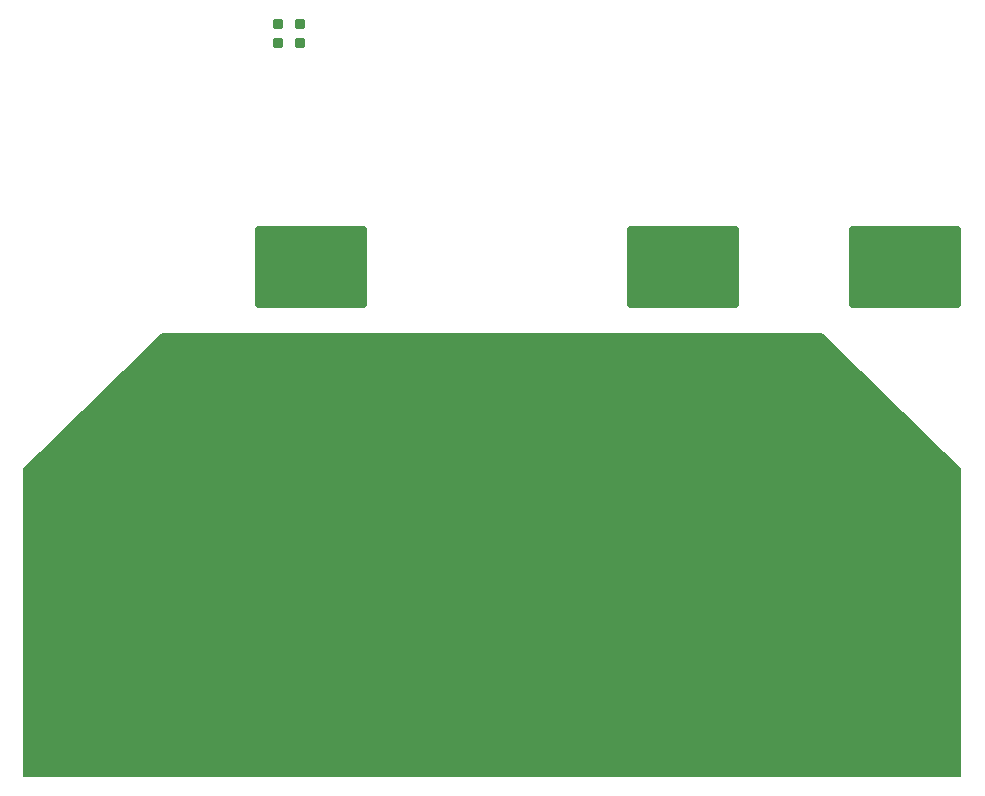
<source format=gts>
G04 #@! TF.GenerationSoftware,KiCad,Pcbnew,8.0.2*
G04 #@! TF.CreationDate,2024-08-20T08:25:12+02:00*
G04 #@! TF.ProjectId,STS1_SIDEPANEL,53545331-5f53-4494-9445-50414e454c2e,rev?*
G04 #@! TF.SameCoordinates,Original*
G04 #@! TF.FileFunction,Soldermask,Top*
G04 #@! TF.FilePolarity,Negative*
%FSLAX46Y46*%
G04 Gerber Fmt 4.6, Leading zero omitted, Abs format (unit mm)*
G04 Created by KiCad (PCBNEW 8.0.2) date 2024-08-20 08:25:12*
%MOMM*%
%LPD*%
G01*
G04 APERTURE LIST*
G04 Aperture macros list*
%AMRoundRect*
0 Rectangle with rounded corners*
0 $1 Rounding radius*
0 $2 $3 $4 $5 $6 $7 $8 $9 X,Y pos of 4 corners*
0 Add a 4 corners polygon primitive as box body*
4,1,4,$2,$3,$4,$5,$6,$7,$8,$9,$2,$3,0*
0 Add four circle primitives for the rounded corners*
1,1,$1+$1,$2,$3*
1,1,$1+$1,$4,$5*
1,1,$1+$1,$6,$7*
1,1,$1+$1,$8,$9*
0 Add four rect primitives between the rounded corners*
20,1,$1+$1,$2,$3,$4,$5,0*
20,1,$1+$1,$4,$5,$6,$7,0*
20,1,$1+$1,$6,$7,$8,$9,0*
20,1,$1+$1,$8,$9,$2,$3,0*%
%AMFreePoly0*
4,1,17,27.998779,14.255902,28.009846,14.246565,39.669846,2.866565,39.698571,2.811843,39.696113,2.795000,39.700000,2.795000,39.700000,-2.795000,-39.700000,-2.795000,-39.700000,2.795000,-39.695106,2.795000,-39.695106,2.825902,-39.669846,2.866565,-28.009846,14.246565,-27.954442,14.273952,-27.940000,14.275000,27.940000,14.275000,27.998779,14.255902,27.998779,14.255902,$1*%
G04 Aperture macros list end*
%ADD10C,6.000000*%
%ADD11FreePoly0,0.000000*%
%ADD12R,79.400000X20.475000*%
%ADD13C,5.700000*%
%ADD14RoundRect,0.350000X-4.400000X-3.150000X4.400000X-3.150000X4.400000X3.150000X-4.400000X3.150000X0*%
%ADD15RoundRect,0.100000X-0.300000X-0.300000X0.300000X-0.300000X0.300000X0.300000X-0.300000X0.300000X0*%
G04 APERTURE END LIST*
D10*
X101150000Y-110780200D03*
D11*
X125150000Y-105175200D03*
D10*
X125150000Y-110780200D03*
D12*
X125150000Y-118207700D03*
D13*
X152050000Y-110780200D03*
D14*
X109820000Y-85280200D03*
X141280000Y-85280200D03*
X160075000Y-85285200D03*
D15*
X108900000Y-66275000D03*
X108900000Y-64675000D03*
X107000000Y-64675000D03*
X107000000Y-66275000D03*
M02*

</source>
